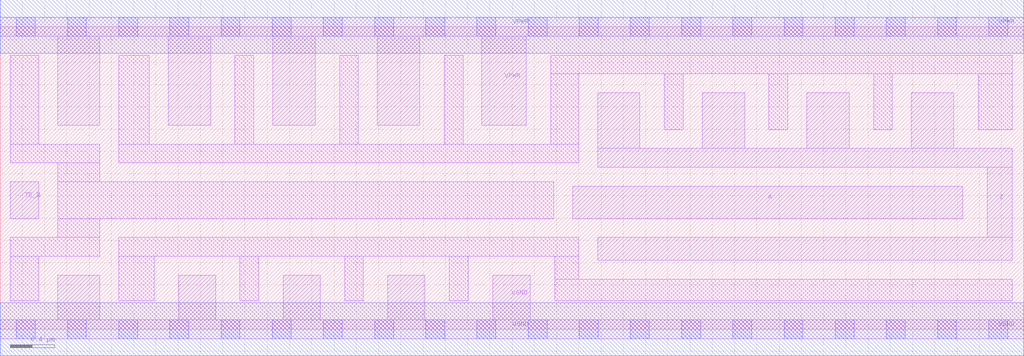
<source format=lef>
# Copyright 2020 The SkyWater PDK Authors
#
# Licensed under the Apache License, Version 2.0 (the "License");
# you may not use this file except in compliance with the License.
# You may obtain a copy of the License at
#
#     https://www.apache.org/licenses/LICENSE-2.0
#
# Unless required by applicable law or agreed to in writing, software
# distributed under the License is distributed on an "AS IS" BASIS,
# WITHOUT WARRANTIES OR CONDITIONS OF ANY KIND, either express or implied.
# See the License for the specific language governing permissions and
# limitations under the License.
#
# SPDX-License-Identifier: Apache-2.0

VERSION 5.7 ;
  NAMESCASESENSITIVE ON ;
  NOWIREEXTENSIONATPIN ON ;
  DIVIDERCHAR "/" ;
  BUSBITCHARS "[]" ;
UNITS
  DATABASE MICRONS 200 ;
END UNITS
PROPERTYDEFINITIONS
  MACRO maskLayoutSubType STRING ;
  MACRO prCellType STRING ;
  MACRO originalViewName STRING ;
END PROPERTYDEFINITIONS
MACRO sky130_fd_sc_hdll__einvn_8
  CLASS CORE ;
  FOREIGN sky130_fd_sc_hdll__einvn_8 ;
  ORIGIN  0.000000  0.000000 ;
  SIZE  9.200000 BY  2.720000 ;
  SYMMETRY X Y R90 ;
  SITE unithd ;
  PIN A
    ANTENNAGATEAREA  2.220000 ;
    DIRECTION INPUT ;
    USE SIGNAL ;
    PORT
      LAYER li1 ;
        RECT 5.145000 0.995000 8.650000 1.285000 ;
    END
  END A
  PIN TE_B
    ANTENNAGATEAREA  1.631100 ;
    DIRECTION INPUT ;
    USE SIGNAL ;
    PORT
      LAYER li1 ;
        RECT 0.090000 0.995000 0.345000 1.325000 ;
    END
  END TE_B
  PIN VGND
    ANTENNADIFFAREA  1.043250 ;
    DIRECTION INOUT ;
    USE SIGNAL ;
    PORT
      LAYER li1 ;
        RECT 0.000000 -0.085000 9.200000 0.085000 ;
        RECT 0.515000  0.085000 0.895000 0.485000 ;
        RECT 1.605000  0.085000 1.935000 0.485000 ;
        RECT 2.545000  0.085000 2.875000 0.485000 ;
        RECT 3.485000  0.085000 3.815000 0.485000 ;
        RECT 4.425000  0.085000 4.765000 0.485000 ;
      LAYER mcon ;
        RECT 0.145000 -0.085000 0.315000 0.085000 ;
        RECT 0.605000 -0.085000 0.775000 0.085000 ;
        RECT 1.065000 -0.085000 1.235000 0.085000 ;
        RECT 1.525000 -0.085000 1.695000 0.085000 ;
        RECT 1.985000 -0.085000 2.155000 0.085000 ;
        RECT 2.445000 -0.085000 2.615000 0.085000 ;
        RECT 2.905000 -0.085000 3.075000 0.085000 ;
        RECT 3.365000 -0.085000 3.535000 0.085000 ;
        RECT 3.825000 -0.085000 3.995000 0.085000 ;
        RECT 4.285000 -0.085000 4.455000 0.085000 ;
        RECT 4.745000 -0.085000 4.915000 0.085000 ;
        RECT 5.205000 -0.085000 5.375000 0.085000 ;
        RECT 5.665000 -0.085000 5.835000 0.085000 ;
        RECT 6.125000 -0.085000 6.295000 0.085000 ;
        RECT 6.585000 -0.085000 6.755000 0.085000 ;
        RECT 7.045000 -0.085000 7.215000 0.085000 ;
        RECT 7.505000 -0.085000 7.675000 0.085000 ;
        RECT 7.965000 -0.085000 8.135000 0.085000 ;
        RECT 8.425000 -0.085000 8.595000 0.085000 ;
        RECT 8.885000 -0.085000 9.055000 0.085000 ;
      LAYER met1 ;
        RECT 0.000000 -0.240000 9.200000 0.240000 ;
    END
  END VGND
  PIN VPWR
    ANTENNADIFFAREA  1.411500 ;
    DIRECTION INOUT ;
    USE SIGNAL ;
    PORT
      LAYER li1 ;
        RECT 0.000000 2.635000 9.200000 2.805000 ;
        RECT 0.515000 1.835000 0.895000 2.635000 ;
        RECT 1.510000 1.835000 1.890000 2.635000 ;
        RECT 2.450000 1.835000 2.830000 2.635000 ;
        RECT 3.390000 1.835000 3.770000 2.635000 ;
        RECT 4.330000 1.835000 4.730000 2.635000 ;
      LAYER mcon ;
        RECT 0.145000 2.635000 0.315000 2.805000 ;
        RECT 0.605000 2.635000 0.775000 2.805000 ;
        RECT 1.065000 2.635000 1.235000 2.805000 ;
        RECT 1.525000 2.635000 1.695000 2.805000 ;
        RECT 1.985000 2.635000 2.155000 2.805000 ;
        RECT 2.445000 2.635000 2.615000 2.805000 ;
        RECT 2.905000 2.635000 3.075000 2.805000 ;
        RECT 3.365000 2.635000 3.535000 2.805000 ;
        RECT 3.825000 2.635000 3.995000 2.805000 ;
        RECT 4.285000 2.635000 4.455000 2.805000 ;
        RECT 4.745000 2.635000 4.915000 2.805000 ;
        RECT 5.205000 2.635000 5.375000 2.805000 ;
        RECT 5.665000 2.635000 5.835000 2.805000 ;
        RECT 6.125000 2.635000 6.295000 2.805000 ;
        RECT 6.585000 2.635000 6.755000 2.805000 ;
        RECT 7.045000 2.635000 7.215000 2.805000 ;
        RECT 7.505000 2.635000 7.675000 2.805000 ;
        RECT 7.965000 2.635000 8.135000 2.805000 ;
        RECT 8.425000 2.635000 8.595000 2.805000 ;
        RECT 8.885000 2.635000 9.055000 2.805000 ;
      LAYER met1 ;
        RECT 0.000000 2.480000 9.200000 2.960000 ;
    END
  END VPWR
  PIN Z
    ANTENNADIFFAREA  2.024500 ;
    DIRECTION OUTPUT ;
    USE SIGNAL ;
    PORT
      LAYER li1 ;
        RECT 5.370000 0.620000 9.095000 0.825000 ;
        RECT 5.370000 1.455000 9.095000 1.625000 ;
        RECT 5.370000 1.625000 5.750000 2.125000 ;
        RECT 6.310000 1.625000 6.690000 2.125000 ;
        RECT 7.250000 1.625000 7.630000 2.125000 ;
        RECT 8.190000 1.625000 8.570000 2.125000 ;
        RECT 8.870000 0.825000 9.095000 1.455000 ;
    END
  END Z
  OBS
    LAYER li1 ;
      RECT 0.090000 0.255000 0.345000 0.655000 ;
      RECT 0.090000 0.655000 0.895000 0.825000 ;
      RECT 0.090000 1.495000 0.895000 1.665000 ;
      RECT 0.090000 1.665000 0.345000 2.465000 ;
      RECT 0.515000 0.825000 0.895000 0.995000 ;
      RECT 0.515000 0.995000 4.975000 1.325000 ;
      RECT 0.515000 1.325000 0.895000 1.495000 ;
      RECT 1.065000 0.255000 1.385000 0.655000 ;
      RECT 1.065000 0.655000 5.200000 0.825000 ;
      RECT 1.065000 1.495000 5.200000 1.665000 ;
      RECT 1.065000 1.665000 1.340000 2.465000 ;
      RECT 2.110000 1.665000 2.280000 2.465000 ;
      RECT 2.155000 0.255000 2.325000 0.655000 ;
      RECT 3.050000 1.665000 3.220000 2.465000 ;
      RECT 3.095000 0.255000 3.265000 0.655000 ;
      RECT 3.990000 1.665000 4.160000 2.465000 ;
      RECT 4.035000 0.255000 4.205000 0.655000 ;
      RECT 4.950000 1.665000 5.200000 2.295000 ;
      RECT 4.950000 2.295000 9.095000 2.465000 ;
      RECT 4.985000 0.255000 9.095000 0.450000 ;
      RECT 4.985000 0.450000 5.200000 0.655000 ;
      RECT 5.970000 1.795000 6.140000 2.295000 ;
      RECT 6.910000 1.795000 7.080000 2.295000 ;
      RECT 7.850000 1.795000 8.020000 2.295000 ;
      RECT 8.790000 1.795000 9.095000 2.295000 ;
  END
  PROPERTY maskLayoutSubType "abstract" ;
  PROPERTY prCellType "standard" ;
  PROPERTY originalViewName "layout" ;
END sky130_fd_sc_hdll__einvn_8

</source>
